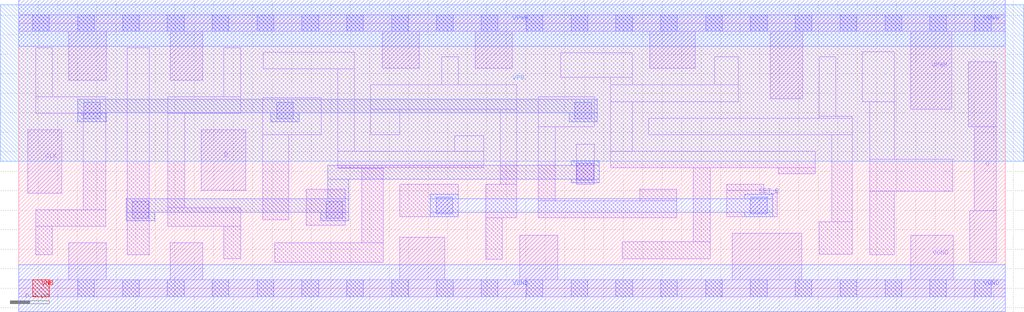
<source format=lef>
# Copyright 2020 The SkyWater PDK Authors
#
# Licensed under the Apache License, Version 2.0 (the "License");
# you may not use this file except in compliance with the License.
# You may obtain a copy of the License at
#
#     https://www.apache.org/licenses/LICENSE-2.0
#
# Unless required by applicable law or agreed to in writing, software
# distributed under the License is distributed on an "AS IS" BASIS,
# WITHOUT WARRANTIES OR CONDITIONS OF ANY KIND, either express or implied.
# See the License for the specific language governing permissions and
# limitations under the License.
#
# SPDX-License-Identifier: Apache-2.0

VERSION 5.7 ;
  NOWIREEXTENSIONATPIN ON ;
  DIVIDERCHAR "/" ;
  BUSBITCHARS "[]" ;
PROPERTYDEFINITIONS
  MACRO maskLayoutSubType STRING ;
  MACRO prCellType STRING ;
  MACRO originalViewName STRING ;
END PROPERTYDEFINITIONS
MACRO sky130_fd_sc_hdll__dfstp_1
  CLASS CORE ;
  FOREIGN sky130_fd_sc_hdll__dfstp_1 ;
  ORIGIN  0.000000  0.000000 ;
  SIZE  10.12000 BY  2.720000 ;
  SYMMETRY X Y R90 ;
  SITE unithd ;
  PIN CLK
    ANTENNAGATEAREA  0.178200 ;
    DIRECTION INPUT ;
    USE SIGNAL ;
    PORT
      LAYER li1 ;
        RECT 0.090000 0.975000 0.440000 1.625000 ;
    END
  END CLK
  PIN D
    ANTENNAGATEAREA  0.247200 ;
    DIRECTION INPUT ;
    USE SIGNAL ;
    PORT
      LAYER li1 ;
        RECT 1.870000 1.005000 2.330000 1.625000 ;
    END
  END D
  PIN Q
    ANTENNADIFFAREA  0.518250 ;
    DIRECTION OUTPUT ;
    USE SIGNAL ;
    PORT
      LAYER li1 ;
        RECT 9.740000 1.655000 10.025000 2.325000 ;
        RECT 9.755000 0.265000 10.025000 0.795000 ;
        RECT 9.800000 0.795000 10.025000 1.655000 ;
    END
  END Q
  PIN SET_B
    ANTENNAGATEAREA  0.277200 ;
    DIRECTION INPUT ;
    USE SIGNAL ;
    PORT
      LAYER met1 ;
        RECT 4.220000 0.735000 4.510000 0.780000 ;
        RECT 4.220000 0.780000 7.735000 0.920000 ;
        RECT 4.220000 0.920000 4.510000 0.965000 ;
        RECT 7.445000 0.735000 7.735000 0.780000 ;
        RECT 7.445000 0.920000 7.735000 0.965000 ;
    END
  END SET_B
  PIN VGND
    DIRECTION INOUT ;
    USE GROUND ;
    PORT
      LAYER li1 ;
        RECT 0.000000 -0.085000 10.120000 0.085000 ;
        RECT 0.515000  0.085000  0.895000 0.465000 ;
        RECT 1.555000  0.085000  1.885000 0.465000 ;
        RECT 3.910000  0.085000  4.370000 0.525000 ;
        RECT 5.140000  0.085000  5.530000 0.545000 ;
        RECT 7.320000  0.085000  8.030000 0.565000 ;
        RECT 9.150000  0.085000  9.585000 0.545000 ;
      LAYER mcon ;
        RECT 0.145000 -0.085000 0.315000 0.085000 ;
        RECT 0.605000 -0.085000 0.775000 0.085000 ;
        RECT 1.065000 -0.085000 1.235000 0.085000 ;
        RECT 1.525000 -0.085000 1.695000 0.085000 ;
        RECT 1.985000 -0.085000 2.155000 0.085000 ;
        RECT 2.445000 -0.085000 2.615000 0.085000 ;
        RECT 2.905000 -0.085000 3.075000 0.085000 ;
        RECT 3.365000 -0.085000 3.535000 0.085000 ;
        RECT 3.825000 -0.085000 3.995000 0.085000 ;
        RECT 4.285000 -0.085000 4.455000 0.085000 ;
        RECT 4.745000 -0.085000 4.915000 0.085000 ;
        RECT 5.205000 -0.085000 5.375000 0.085000 ;
        RECT 5.665000 -0.085000 5.835000 0.085000 ;
        RECT 6.125000 -0.085000 6.295000 0.085000 ;
        RECT 6.585000 -0.085000 6.755000 0.085000 ;
        RECT 7.045000 -0.085000 7.215000 0.085000 ;
        RECT 7.505000 -0.085000 7.675000 0.085000 ;
        RECT 7.965000 -0.085000 8.135000 0.085000 ;
        RECT 8.425000 -0.085000 8.595000 0.085000 ;
        RECT 8.885000 -0.085000 9.055000 0.085000 ;
        RECT 9.345000 -0.085000 9.515000 0.085000 ;
        RECT 9.805000 -0.085000 9.975000 0.085000 ;
    END
    PORT
      LAYER met1 ;
        RECT 0.000000 -0.240000 10.120000 0.240000 ;
    END
  END VGND
  PIN VNB
    DIRECTION INOUT ;
    USE GROUND ;
    PORT
      LAYER pwell ;
        RECT 0.145000 -0.085000 0.315000 0.085000 ;
    END
  END VNB
  PIN VPB
    DIRECTION INOUT ;
    USE POWER ;
    PORT
      LAYER nwell ;
        RECT -0.190000 1.305000 10.310000 2.910000 ;
    END
  END VPB
  PIN VPWR
    DIRECTION INOUT ;
    USE POWER ;
    PORT
      LAYER li1 ;
        RECT 0.000000 2.635000 10.120000 2.805000 ;
        RECT 0.515000 2.135000  0.895000 2.635000 ;
        RECT 1.555000 2.135000  1.885000 2.635000 ;
        RECT 3.730000 2.255000  4.110000 2.635000 ;
        RECT 4.680000 2.255000  5.060000 2.635000 ;
        RECT 6.470000 2.255000  6.940000 2.635000 ;
        RECT 7.710000 1.945000  8.040000 2.635000 ;
        RECT 9.150000 1.835000  9.570000 2.635000 ;
      LAYER mcon ;
        RECT 0.145000 2.635000 0.315000 2.805000 ;
        RECT 0.605000 2.635000 0.775000 2.805000 ;
        RECT 1.065000 2.635000 1.235000 2.805000 ;
        RECT 1.525000 2.635000 1.695000 2.805000 ;
        RECT 1.985000 2.635000 2.155000 2.805000 ;
        RECT 2.445000 2.635000 2.615000 2.805000 ;
        RECT 2.905000 2.635000 3.075000 2.805000 ;
        RECT 3.365000 2.635000 3.535000 2.805000 ;
        RECT 3.825000 2.635000 3.995000 2.805000 ;
        RECT 4.285000 2.635000 4.455000 2.805000 ;
        RECT 4.745000 2.635000 4.915000 2.805000 ;
        RECT 5.205000 2.635000 5.375000 2.805000 ;
        RECT 5.665000 2.635000 5.835000 2.805000 ;
        RECT 6.125000 2.635000 6.295000 2.805000 ;
        RECT 6.585000 2.635000 6.755000 2.805000 ;
        RECT 7.045000 2.635000 7.215000 2.805000 ;
        RECT 7.505000 2.635000 7.675000 2.805000 ;
        RECT 7.965000 2.635000 8.135000 2.805000 ;
        RECT 8.425000 2.635000 8.595000 2.805000 ;
        RECT 8.885000 2.635000 9.055000 2.805000 ;
        RECT 9.345000 2.635000 9.515000 2.805000 ;
        RECT 9.805000 2.635000 9.975000 2.805000 ;
    END
    PORT
      LAYER met1 ;
        RECT 0.000000 2.480000 10.120000 2.960000 ;
    END
  END VPWR
  OBS
    LAYER li1 ;
      RECT 0.175000 0.345000 0.345000 0.635000 ;
      RECT 0.175000 0.635000 0.890000 0.805000 ;
      RECT 0.175000 1.795000 0.890000 1.965000 ;
      RECT 0.175000 1.965000 0.345000 2.465000 ;
      RECT 0.660000 0.805000 0.890000 1.795000 ;
      RECT 1.115000 0.345000 1.340000 2.465000 ;
      RECT 1.530000 0.635000 2.275000 0.825000 ;
      RECT 1.530000 0.825000 1.700000 1.795000 ;
      RECT 1.530000 1.795000 2.275000 1.965000 ;
      RECT 2.105000 0.305000 2.275000 0.635000 ;
      RECT 2.105000 1.965000 2.275000 2.465000 ;
      RECT 2.500000 0.705000 2.770000 1.575000 ;
      RECT 2.500000 1.575000 3.100000 1.955000 ;
      RECT 2.510000 2.250000 3.440000 2.420000 ;
      RECT 2.625000 0.265000 3.740000 0.465000 ;
      RECT 2.950000 0.645000 3.350000 1.015000 ;
      RECT 3.270000 1.230000 3.740000 1.235000 ;
      RECT 3.270000 1.235000 4.770000 1.405000 ;
      RECT 3.270000 1.405000 3.440000 2.250000 ;
      RECT 3.520000 0.465000 3.740000 1.230000 ;
      RECT 3.610000 1.575000 3.910000 1.835000 ;
      RECT 3.610000 1.835000 5.110000 2.085000 ;
      RECT 3.910000 0.735000 4.510000 1.065000 ;
      RECT 4.340000 2.085000 4.510000 2.375000 ;
      RECT 4.470000 1.405000 4.770000 1.565000 ;
      RECT 4.790000 0.295000 4.960000 0.725000 ;
      RECT 4.790000 0.725000 5.110000 1.065000 ;
      RECT 4.940000 1.065000 5.110000 1.835000 ;
      RECT 5.330000 0.725000 6.750000 0.895000 ;
      RECT 5.330000 0.895000 5.500000 1.655000 ;
      RECT 5.330000 1.655000 5.900000 1.965000 ;
      RECT 5.560000 2.165000 6.290000 2.415000 ;
      RECT 5.720000 1.065000 5.900000 1.475000 ;
      RECT 6.070000 1.235000 8.170000 1.405000 ;
      RECT 6.070000 1.405000 6.290000 1.915000 ;
      RECT 6.070000 1.915000 7.380000 2.085000 ;
      RECT 6.070000 2.085000 6.290000 2.165000 ;
      RECT 6.190000 0.305000 7.090000 0.475000 ;
      RECT 6.370000 0.895000 6.750000 1.015000 ;
      RECT 6.460000 1.575000 8.550000 1.745000 ;
      RECT 6.920000 0.475000 7.090000 1.235000 ;
      RECT 7.140000 2.085000 7.380000 2.375000 ;
      RECT 7.260000 0.735000 7.780000 1.005000 ;
      RECT 7.260000 1.005000 7.640000 1.065000 ;
      RECT 7.790000 1.175000 8.170000 1.235000 ;
      RECT 8.210000 0.350000 8.550000 0.680000 ;
      RECT 8.210000 1.745000 8.550000 1.765000 ;
      RECT 8.210000 1.765000 8.380000 2.375000 ;
      RECT 8.340000 0.680000 8.550000 1.575000 ;
      RECT 8.650000 1.915000 8.980000 2.425000 ;
      RECT 8.730000 0.345000 8.980000 0.995000 ;
      RECT 8.730000 0.995000 9.580000 1.325000 ;
      RECT 8.730000 1.325000 8.980000 1.915000 ;
    LAYER mcon ;
      RECT 0.665000 1.740000 0.835000 1.910000 ;
      RECT 1.165000 0.720000 1.335000 0.890000 ;
      RECT 2.645000 1.740000 2.815000 1.910000 ;
      RECT 3.155000 0.720000 3.325000 0.890000 ;
      RECT 4.280000 0.765000 4.450000 0.935000 ;
      RECT 5.705000 1.740000 5.875000 1.910000 ;
      RECT 5.725000 1.110000 5.895000 1.280000 ;
      RECT 7.505000 0.765000 7.675000 0.935000 ;
    LAYER met1 ;
      RECT 0.605000 1.710000 0.895000 1.800000 ;
      RECT 0.605000 1.800000 5.935000 1.940000 ;
      RECT 1.105000 0.690000 1.395000 0.780000 ;
      RECT 1.105000 0.780000 3.385000 0.920000 ;
      RECT 2.585000 1.710000 2.875000 1.800000 ;
      RECT 3.095000 0.690000 3.385000 0.780000 ;
      RECT 3.170000 0.920000 3.385000 1.120000 ;
      RECT 3.170000 1.120000 5.955000 1.260000 ;
      RECT 5.645000 1.710000 5.935000 1.800000 ;
      RECT 5.665000 1.080000 5.955000 1.120000 ;
      RECT 5.665000 1.260000 5.955000 1.310000 ;
  END
  PROPERTY maskLayoutSubType "abstract" ;
  PROPERTY prCellType "standard" ;
  PROPERTY originalViewName "layout" ;
END sky130_fd_sc_hdll__dfstp_1
END LIBRARY

</source>
